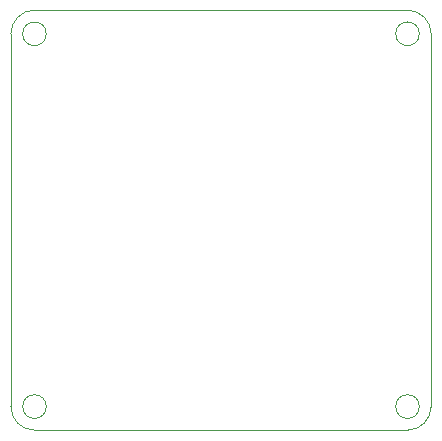
<source format=gbr>
%TF.GenerationSoftware,KiCad,Pcbnew,8.0.4*%
%TF.CreationDate,2024-07-25T09:16:02-04:00*%
%TF.ProjectId,ESP32-WROOM-Socket-Legacy-v2,45535033-322d-4575-924f-4f4d2d536f63,rev?*%
%TF.SameCoordinates,Original*%
%TF.FileFunction,Profile,NP*%
%FSLAX46Y46*%
G04 Gerber Fmt 4.6, Leading zero omitted, Abs format (unit mm)*
G04 Created by KiCad (PCBNEW 8.0.4) date 2024-07-25 09:16:02*
%MOMM*%
%LPD*%
G01*
G04 APERTURE LIST*
%TA.AperFunction,Profile*%
%ADD10C,0.050000*%
%TD*%
G04 APERTURE END LIST*
D10*
%TO.C,U1*%
X142154600Y-109800000D02*
X142154600Y-78240000D01*
X144154600Y-76240000D02*
X175740000Y-76240000D01*
X175740000Y-111800000D02*
X144154600Y-111800000D01*
X177740000Y-78240000D02*
X177740000Y-109800000D01*
X142154600Y-78240000D02*
G75*
G02*
X144154600Y-76240000I1999999J1D01*
G01*
X144154600Y-111800000D02*
G75*
G02*
X142154600Y-109800000I-1J1999999D01*
G01*
X175740000Y-76240000D02*
G75*
G02*
X177740000Y-78240000I0J-2000000D01*
G01*
X177740000Y-109800000D02*
G75*
G02*
X175740000Y-111800000I-2000000J0D01*
G01*
X145154599Y-78239999D02*
G75*
G02*
X143154599Y-78239999I-1000000J0D01*
G01*
X143154599Y-78239999D02*
G75*
G02*
X145154599Y-78239999I1000000J0D01*
G01*
X145154599Y-109800001D02*
G75*
G02*
X143154599Y-109800001I-1000000J0D01*
G01*
X143154599Y-109800001D02*
G75*
G02*
X145154599Y-109800001I1000000J0D01*
G01*
X176740000Y-78240000D02*
G75*
G02*
X174740000Y-78240000I-1000000J0D01*
G01*
X174740000Y-78240000D02*
G75*
G02*
X176740000Y-78240000I1000000J0D01*
G01*
X176740000Y-109800000D02*
G75*
G02*
X174740000Y-109800000I-1000000J0D01*
G01*
X174740000Y-109800000D02*
G75*
G02*
X176740000Y-109800000I1000000J0D01*
G01*
%TD*%
M02*

</source>
